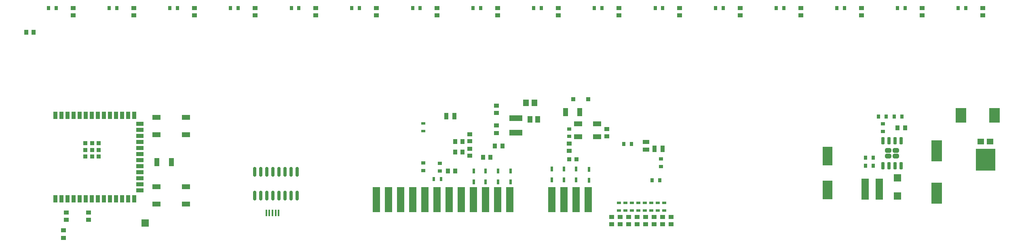
<source format=gbr>
%TF.GenerationSoftware,KiCad,Pcbnew,7.0.5*%
%TF.CreationDate,2024-10-03T13:21:03+03:00*%
%TF.ProjectId,pasive_balance_rev4,70617369-7665-45f6-9261-6c616e63655f,rev?*%
%TF.SameCoordinates,Original*%
%TF.FileFunction,Paste,Bot*%
%TF.FilePolarity,Positive*%
%FSLAX46Y46*%
G04 Gerber Fmt 4.6, Leading zero omitted, Abs format (unit mm)*
G04 Created by KiCad (PCBNEW 7.0.5) date 2024-10-03 13:21:03*
%MOMM*%
%LPD*%
G01*
G04 APERTURE LIST*
G04 Aperture macros list*
%AMRoundRect*
0 Rectangle with rounded corners*
0 $1 Rounding radius*
0 $2 $3 $4 $5 $6 $7 $8 $9 X,Y pos of 4 corners*
0 Add a 4 corners polygon primitive as box body*
4,1,4,$2,$3,$4,$5,$6,$7,$8,$9,$2,$3,0*
0 Add four circle primitives for the rounded corners*
1,1,$1+$1,$2,$3*
1,1,$1+$1,$4,$5*
1,1,$1+$1,$6,$7*
1,1,$1+$1,$8,$9*
0 Add four rect primitives between the rounded corners*
20,1,$1+$1,$2,$3,$4,$5,0*
20,1,$1+$1,$4,$5,$6,$7,0*
20,1,$1+$1,$6,$7,$8,$9,0*
20,1,$1+$1,$8,$9,$2,$3,0*%
G04 Aperture macros list end*
%ADD10R,0.800000X0.950000*%
%ADD11R,1.500000X4.500000*%
%ADD12R,1.470000X0.970000*%
%ADD13R,0.900000X0.950000*%
%ADD14R,0.950000X0.800000*%
%ADD15R,0.940000X0.540000*%
%ADD16R,0.850000X1.000000*%
%ADD17R,1.800000X1.100000*%
%ADD18R,1.820000X1.070000*%
%ADD19R,1.000000X0.850000*%
%ADD20R,0.950000X1.000000*%
%ADD21R,1.000000X0.950000*%
%ADD22R,0.500000X1.100000*%
%ADD23R,1.450000X1.150000*%
%ADD24R,4.150000X4.650000*%
%ADD25R,1.650000X5.330000*%
%ADD26R,1.150000X1.450000*%
%ADD27R,2.700000X1.150000*%
%ADD28R,1.100000X1.750000*%
%ADD29R,0.970000X1.470000*%
%ADD30R,1.600000X1.600000*%
%ADD31R,1.630000X1.530000*%
%ADD32R,2.200000X3.150000*%
%ADD33R,0.540000X0.940000*%
%ADD34R,0.900000X1.500000*%
%ADD35R,1.500000X0.900000*%
%ADD36R,0.900000X0.900000*%
%ADD37RoundRect,0.242500X0.402500X-0.242500X0.402500X0.242500X-0.402500X0.242500X-0.402500X-0.242500X0*%
%ADD38RoundRect,0.150000X0.150000X-0.650000X0.150000X0.650000X-0.150000X0.650000X-0.150000X-0.650000X0*%
%ADD39R,2.200000X4.400000*%
%ADD40R,1.050000X1.800000*%
%ADD41R,2.000000X4.000000*%
%ADD42R,0.400000X1.350000*%
%ADD43R,1.020000X1.470000*%
%ADD44RoundRect,0.150000X-0.150000X0.825000X-0.150000X-0.825000X0.150000X-0.825000X0.150000X0.825000X0*%
G04 APERTURE END LIST*
D10*
%TO.C,R21*%
X184896607Y-88260393D03*
X183296607Y-88260393D03*
%TD*%
D11*
%TO.C,L1*%
X217654000Y-126263400D03*
X214654000Y-126263400D03*
%TD*%
D12*
%TO.C,C49*%
X168795607Y-118020993D03*
X168795607Y-116360993D03*
%TD*%
D13*
%TO.C,LED2*%
X154171993Y-120010393D03*
X152671993Y-120010393D03*
%TD*%
D14*
%TO.C,R103*%
X218363800Y-114185600D03*
X218363800Y-112585600D03*
%TD*%
D10*
%TO.C,R12*%
X210334607Y-88260393D03*
X208734607Y-88260393D03*
%TD*%
D15*
%TO.C,C12*%
X171180394Y-130741607D03*
X171180394Y-129141607D03*
%TD*%
%TO.C,C54*%
X122085007Y-112466794D03*
X122085007Y-114066794D03*
%TD*%
D16*
%TO.C,R35*%
X136144607Y-119553193D03*
X134644607Y-119553193D03*
%TD*%
D10*
%TO.C,R30*%
X235734607Y-88260393D03*
X234134607Y-88260393D03*
%TD*%
D17*
%TO.C,S2*%
X72416600Y-111180000D03*
X66216600Y-111180000D03*
X72416600Y-114880000D03*
X66216600Y-114880000D03*
%TD*%
D10*
%TO.C,R58*%
X146796607Y-88260393D03*
X145196607Y-88260393D03*
%TD*%
%TO.C,R5*%
X164109407Y-116759193D03*
X165709407Y-116759193D03*
%TD*%
D18*
%TO.C,C10*%
X158501993Y-115294393D03*
X158501993Y-112534393D03*
%TD*%
D10*
%TO.C,R102*%
X219036800Y-110998000D03*
X217436800Y-110998000D03*
%TD*%
D19*
%TO.C,R11*%
X213852607Y-89760393D03*
X213852607Y-88260393D03*
%TD*%
D20*
%TO.C,C9*%
X138727993Y-117216393D03*
X137127993Y-117216393D03*
%TD*%
D21*
%TO.C,C53*%
X137452007Y-112898594D03*
X137452007Y-114498594D03*
%TD*%
D19*
%TO.C,R106*%
X52044600Y-131228400D03*
X52044600Y-132728400D03*
%TD*%
D16*
%TO.C,R1*%
X128802607Y-116251193D03*
X130302607Y-116251193D03*
%TD*%
D14*
%TO.C,R39*%
X171919807Y-121546993D03*
X171919807Y-119946993D03*
%TD*%
D22*
%TO.C,D11*%
X135184793Y-124774193D03*
X135184793Y-122474193D03*
%TD*%
D10*
%TO.C,R24*%
X172272606Y-88260393D03*
X170672606Y-88260393D03*
%TD*%
D15*
%TO.C,C15*%
X168489594Y-130728807D03*
X168489594Y-129128807D03*
%TD*%
D23*
%TO.C,D19*%
X240837200Y-116325200D03*
X238867200Y-116325200D03*
D24*
X239852200Y-120075200D03*
%TD*%
D10*
%TO.C,R15*%
X223034607Y-88260393D03*
X221434607Y-88260393D03*
%TD*%
D19*
%TO.C,R33*%
X131838607Y-116239193D03*
X131838607Y-114739193D03*
%TD*%
%TO.C,R87*%
X172223394Y-132108607D03*
X172223394Y-133608607D03*
%TD*%
D10*
%TO.C,R101*%
X222351600Y-110998000D03*
X220751600Y-110998000D03*
%TD*%
D19*
%TO.C,R66*%
X112252607Y-89760393D03*
X112252607Y-88260393D03*
%TD*%
D16*
%TO.C,R51*%
X128778607Y-122448793D03*
X127278607Y-122448793D03*
%TD*%
D21*
%TO.C,C52*%
X137452007Y-108720193D03*
X137452007Y-110320193D03*
%TD*%
D19*
%TO.C,R85*%
X174001394Y-132108607D03*
X174001394Y-133608607D03*
%TD*%
%TO.C,R98*%
X161555394Y-132136407D03*
X161555394Y-133636407D03*
%TD*%
%TO.C,R97*%
X165111393Y-132124408D03*
X165111393Y-133624408D03*
%TD*%
D25*
%TO.C,J6*%
X149068893Y-128512393D03*
X151608893Y-128512393D03*
X154148893Y-128512393D03*
X156688893Y-128512393D03*
%TD*%
D15*
%TO.C,C13*%
X169835794Y-130728807D03*
X169835794Y-129128807D03*
%TD*%
D19*
%TO.C,R91*%
X168667394Y-132112407D03*
X168667394Y-133612407D03*
%TD*%
D22*
%TO.C,D2*%
X140417193Y-124755793D03*
X140417193Y-122455793D03*
%TD*%
D26*
%TO.C,C4*%
X143638607Y-108192393D03*
X145438607Y-108192393D03*
%TD*%
D19*
%TO.C,R17*%
X201152607Y-89784393D03*
X201152607Y-88284393D03*
%TD*%
D22*
%TO.C,D13*%
X149053193Y-124374793D03*
X149053193Y-122074793D03*
%TD*%
D19*
%TO.C,R107*%
X47345600Y-131228400D03*
X47345600Y-132728400D03*
%TD*%
%TO.C,R75*%
X74152607Y-89772393D03*
X74152607Y-88272393D03*
%TD*%
%TO.C,R63*%
X124952607Y-89760393D03*
X124952607Y-88260393D03*
%TD*%
D22*
%TO.C,D16*%
X156800193Y-124393193D03*
X156800193Y-122093193D03*
%TD*%
D18*
%TO.C,C14*%
X154571607Y-115294393D03*
X154571607Y-112534393D03*
%TD*%
D19*
%TO.C,R23*%
X175752607Y-89784393D03*
X175752607Y-88284393D03*
%TD*%
D22*
%TO.C,D12*%
X132670193Y-124762793D03*
X132670193Y-122462793D03*
%TD*%
D27*
%TO.C,C7*%
X141462607Y-114398393D03*
X141462607Y-111398393D03*
%TD*%
D22*
%TO.C,D15*%
X154158593Y-124367793D03*
X154158593Y-122067793D03*
%TD*%
D21*
%TO.C,C30*%
X46761400Y-136512200D03*
X46761400Y-134912200D03*
%TD*%
D22*
%TO.C,D14*%
X151618593Y-124374793D03*
X151618593Y-122074793D03*
%TD*%
D19*
%TO.C,R4*%
X160533993Y-113684393D03*
X160533993Y-115184393D03*
%TD*%
D28*
%TO.C,LED4*%
X69343400Y-120573800D03*
X66343400Y-120573800D03*
%TD*%
D29*
%TO.C,C51*%
X126952806Y-110942593D03*
X128612806Y-110942593D03*
%TD*%
D19*
%TO.C,R72*%
X86852607Y-89760393D03*
X86852607Y-88260393D03*
%TD*%
%TO.C,R69*%
X99552607Y-89760393D03*
X99552607Y-88260393D03*
%TD*%
D30*
%TO.C,J2*%
X63888800Y-133431000D03*
%TD*%
D10*
%TO.C,R76*%
X70634607Y-88260393D03*
X69034607Y-88260393D03*
%TD*%
D19*
%TO.C,R32*%
X131838607Y-117787193D03*
X131838607Y-119287193D03*
%TD*%
D31*
%TO.C,D17*%
X221462600Y-123880800D03*
X221462600Y-127680800D03*
%TD*%
D10*
%TO.C,R61*%
X134134607Y-88260393D03*
X132534607Y-88260393D03*
%TD*%
%TO.C,R79*%
X57896607Y-88260393D03*
X56296607Y-88260393D03*
%TD*%
D32*
%TO.C,D18*%
X241726600Y-110769400D03*
X234726600Y-110769400D03*
%TD*%
D10*
%TO.C,R104*%
X214769800Y-121386600D03*
X216369800Y-121386600D03*
%TD*%
D14*
%TO.C,R8*%
X152659993Y-115222393D03*
X152659993Y-113622393D03*
%TD*%
%TO.C,R52*%
X125615607Y-122435993D03*
X125615607Y-120835993D03*
%TD*%
D33*
%TO.C,C47*%
X125882207Y-124150593D03*
X124282207Y-124150593D03*
%TD*%
D15*
%TO.C,C21*%
X165797194Y-130766807D03*
X165797194Y-129166807D03*
%TD*%
D16*
%TO.C,R83*%
X40501000Y-93345000D03*
X39001000Y-93345000D03*
%TD*%
D10*
%TO.C,R82*%
X45196607Y-88260393D03*
X43596607Y-88260393D03*
%TD*%
%TO.C,R18*%
X197596608Y-88260393D03*
X195996608Y-88260393D03*
%TD*%
D15*
%TO.C,C8*%
X172551994Y-130754207D03*
X172551994Y-129154207D03*
%TD*%
D10*
%TO.C,R73*%
X83296607Y-88260393D03*
X81696607Y-88260393D03*
%TD*%
D34*
%TO.C,IC6*%
X45034200Y-110794800D03*
X46304200Y-110794800D03*
X47574200Y-110794800D03*
X48844200Y-110794800D03*
X50114200Y-110794800D03*
X51384200Y-110794800D03*
X52654200Y-110794800D03*
X53924200Y-110794800D03*
X55194200Y-110794800D03*
X56464200Y-110794800D03*
X57734200Y-110794800D03*
X59004200Y-110794800D03*
X60274200Y-110794800D03*
X61544200Y-110794800D03*
D35*
X62794200Y-112559800D03*
X62794200Y-113829800D03*
X62794200Y-115099800D03*
X62794200Y-116369800D03*
X62794200Y-117639800D03*
X62794200Y-118909800D03*
X62794200Y-120179800D03*
X62794200Y-121449800D03*
X62794200Y-122719800D03*
X62794200Y-123989800D03*
X62794200Y-125259800D03*
X62794200Y-126529800D03*
D34*
X61544200Y-128294800D03*
X60274200Y-128294800D03*
X59004200Y-128294800D03*
X57734200Y-128294800D03*
X56464200Y-128294800D03*
X55194200Y-128294800D03*
X53924200Y-128294800D03*
X52654200Y-128294800D03*
X51384200Y-128294800D03*
X50114200Y-128294800D03*
X48844200Y-128294800D03*
X47574200Y-128294800D03*
X46304200Y-128294800D03*
X45034200Y-128294800D03*
D36*
X52754200Y-118044800D03*
X51354200Y-118044800D03*
X51354200Y-116644800D03*
X52754200Y-116644800D03*
X54154200Y-116644800D03*
X54154200Y-118044800D03*
X54154200Y-119444800D03*
X52754200Y-119444800D03*
X51354200Y-119444800D03*
%TD*%
D19*
%TO.C,R60*%
X137652607Y-89772393D03*
X137652607Y-88272393D03*
%TD*%
%TO.C,R31*%
X163052607Y-89772393D03*
X163052607Y-88272393D03*
%TD*%
%TO.C,R81*%
X48752607Y-89760393D03*
X48752607Y-88260393D03*
%TD*%
D37*
%TO.C,U4*%
X219465000Y-119355200D03*
X221065000Y-119355200D03*
X219465000Y-118155200D03*
X221065000Y-118155200D03*
D38*
X222170000Y-121405200D03*
X220900000Y-121405200D03*
X219630000Y-121405200D03*
X218360000Y-121405200D03*
X218360000Y-116105200D03*
X219630000Y-116105200D03*
X220900000Y-116105200D03*
X222170000Y-116105200D03*
%TD*%
D29*
%TO.C,C20*%
X172241807Y-117800593D03*
X170581807Y-117800593D03*
%TD*%
D19*
%TO.C,R89*%
X170445395Y-132108607D03*
X170445395Y-133608607D03*
%TD*%
D15*
%TO.C,C22*%
X163130193Y-130754207D03*
X163130193Y-129154207D03*
%TD*%
D39*
%TO.C,C23*%
X229616000Y-118201600D03*
X229616000Y-127101600D03*
%TD*%
D19*
%TO.C,R14*%
X226552607Y-89784393D03*
X226552607Y-88284393D03*
%TD*%
D40*
%TO.C,R2*%
X154921993Y-110104393D03*
X151921993Y-110104393D03*
%TD*%
D19*
%TO.C,R93*%
X166889393Y-132124408D03*
X166889393Y-133624408D03*
%TD*%
D14*
%TO.C,R38*%
X122110407Y-120759793D03*
X122110407Y-122359793D03*
%TD*%
D10*
%TO.C,R55*%
X159496607Y-88260393D03*
X157896607Y-88260393D03*
%TD*%
%TO.C,R64*%
X121472607Y-88260393D03*
X119872607Y-88260393D03*
%TD*%
D19*
%TO.C,R26*%
X239252607Y-89772393D03*
X239252607Y-88272393D03*
%TD*%
D10*
%TO.C,R67*%
X108734607Y-88260393D03*
X107134607Y-88260393D03*
%TD*%
D25*
%TO.C,J5*%
X140239393Y-128507993D03*
X137699393Y-128507993D03*
X135159393Y-128507993D03*
X132619393Y-128507993D03*
X130079393Y-128507993D03*
X127539393Y-128507993D03*
X124999393Y-128507993D03*
X122459393Y-128507993D03*
X119919393Y-128507993D03*
X117379393Y-128507993D03*
X114839393Y-128507993D03*
X112299393Y-128507993D03*
%TD*%
D17*
%TO.C,S3*%
X66217800Y-129430000D03*
X72417800Y-129430000D03*
X66217800Y-125730000D03*
X72417800Y-125730000D03*
%TD*%
D41*
%TO.C,C27*%
X206756000Y-126460600D03*
X206756000Y-119360600D03*
%TD*%
D19*
%TO.C,R78*%
X61452607Y-89760393D03*
X61452607Y-88260393D03*
%TD*%
%TO.C,R94*%
X163333394Y-132112407D03*
X163333394Y-133612407D03*
%TD*%
D20*
%TO.C,C26*%
X221412000Y-113436400D03*
X223012000Y-113436400D03*
%TD*%
D16*
%TO.C,R6*%
X128802607Y-118527193D03*
X130302607Y-118527193D03*
%TD*%
D13*
%TO.C,D4*%
X156647993Y-107437393D03*
X153497993Y-107437393D03*
%TD*%
D10*
%TO.C,R40*%
X171627607Y-124455393D03*
X170027607Y-124455393D03*
%TD*%
D42*
%TO.C,J9*%
X91825600Y-131279800D03*
X91175600Y-131279800D03*
X90525600Y-131279800D03*
X89875600Y-131279800D03*
X89225600Y-131279800D03*
%TD*%
D43*
%TO.C,C5*%
X146103993Y-111628393D03*
X144483993Y-111628393D03*
%TD*%
D19*
%TO.C,R20*%
X188452607Y-89784393D03*
X188452607Y-88284393D03*
%TD*%
D22*
%TO.C,D10*%
X137800993Y-124755793D03*
X137800993Y-122455793D03*
%TD*%
D15*
%TO.C,C18*%
X167143393Y-130754207D03*
X167143393Y-129154207D03*
%TD*%
D10*
%TO.C,R105*%
X216369800Y-119710200D03*
X214769800Y-119710200D03*
%TD*%
D15*
%TO.C,C19*%
X164450994Y-130754207D03*
X164450994Y-129154207D03*
%TD*%
D10*
%TO.C,R70*%
X96072606Y-88260393D03*
X94472606Y-88260393D03*
%TD*%
D19*
%TO.C,R57*%
X150352607Y-89784393D03*
X150352607Y-88284393D03*
%TD*%
D44*
%TO.C,U3*%
X86842600Y-122659600D03*
X88112600Y-122659600D03*
X89382600Y-122659600D03*
X90652600Y-122659600D03*
X91922600Y-122659600D03*
X93192600Y-122659600D03*
X94462600Y-122659600D03*
X95732600Y-122659600D03*
X95732600Y-127609600D03*
X94462600Y-127609600D03*
X93192600Y-127609600D03*
X91922600Y-127609600D03*
X90652600Y-127609600D03*
X89382600Y-127609600D03*
X88112600Y-127609600D03*
X86842600Y-127609600D03*
%TD*%
D19*
%TO.C,R9*%
X152659993Y-116720393D03*
X152659993Y-118220393D03*
%TD*%
M02*

</source>
